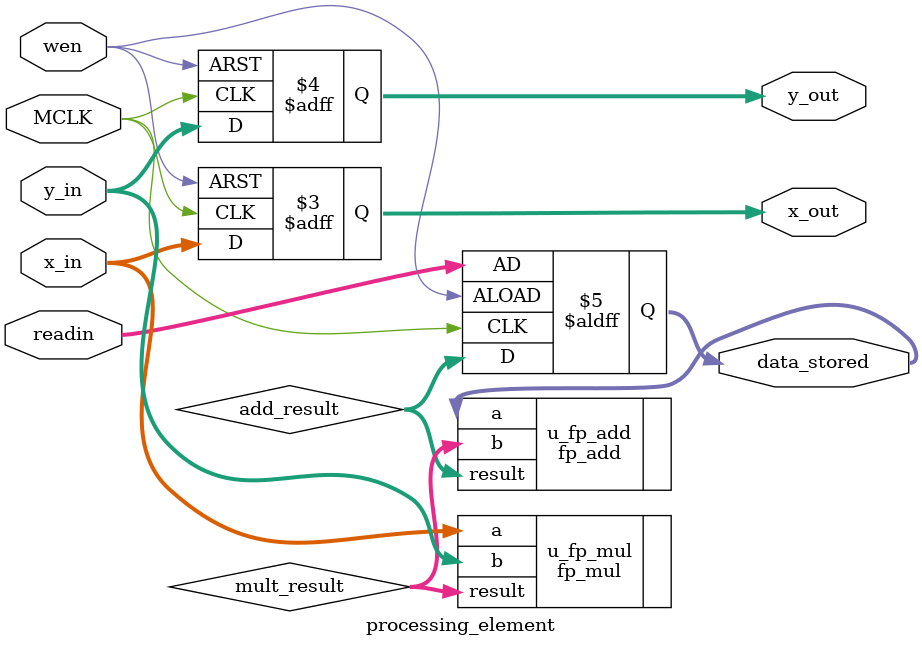
<source format=v>
`timescale 1ns/1ps

module d_trigger#(
    parameter DATAWIDTH = 32
)(
    input wire clk,
    input wire [DATAWIDTH-1:0]D,
    output reg [DATAWIDTH-1:0]Q
);
always @(posedge clk) begin
    Q <= D;
end
endmodule

module processing_element(
    input wire [31:0]x_in,
    input wire [31:0]y_in,
    output reg [31:0]x_out,
    output reg [31:0]y_out,

    output reg [31:0]data_stored,
    input wire [31:0]readin,
    input wire wen,

    // Master clk
    input wire MCLK
);

// output declaration of module fp_mul
wire [31:0] mult_result;

fp_mul 
u_fp_mul(
    .a      	(x_in       ),
    .b      	(y_in       ),
    .result 	(mult_result  )
);

// output declaration of module fp_add
wire [31:0] add_result;

fp_add 
u_fp_add(
    .a      	(data_stored    ),
    .b      	(mult_result       ),
    .result 	(add_result  )
);

always @(negedge wen or posedge MCLK) begin
    if(wen == 0) begin
        data_stored <= readin;
        x_out <= 0;
        y_out <= 0;
    end
    else begin
        // data_stored = data_stored + x*y;
        data_stored <= add_result;
        x_out <= x_in;
        y_out <= y_in;
    end
end


endmodule
</source>
